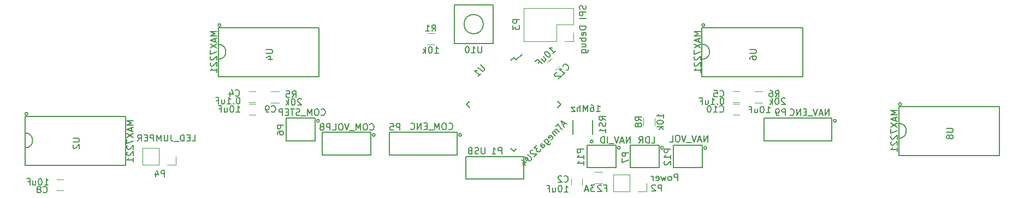
<source format=gbr>
G04 #@! TF.FileFunction,Legend,Bot*
%FSLAX46Y46*%
G04 Gerber Fmt 4.6, Leading zero omitted, Abs format (unit mm)*
G04 Created by KiCad (PCBNEW 4.0.4+e1-6308~48~ubuntu14.04.1-stable) date Mon Nov 27 13:47:36 2017*
%MOMM*%
%LPD*%
G01*
G04 APERTURE LIST*
%ADD10C,0.100000*%
%ADD11C,0.120000*%
%ADD12C,0.150000*%
G04 APERTURE END LIST*
D10*
D11*
X184900000Y-128700000D02*
X184900000Y-127700000D01*
X186600000Y-127700000D02*
X186600000Y-128700000D01*
X135000000Y-114150000D02*
X136000000Y-114150000D01*
X136000000Y-115850000D02*
X135000000Y-115850000D01*
X210000000Y-114150000D02*
X211000000Y-114150000D01*
X211000000Y-115850000D02*
X210000000Y-115850000D01*
X162550000Y-106830000D02*
X163750000Y-106830000D01*
X163750000Y-105070000D02*
X162550000Y-105070000D01*
X139600000Y-114120000D02*
X138400000Y-114120000D01*
X138400000Y-115880000D02*
X139600000Y-115880000D01*
X214600000Y-114120000D02*
X213400000Y-114120000D01*
X213400000Y-115880000D02*
X214600000Y-115880000D01*
D12*
X176000000Y-108831445D02*
X176406586Y-109238031D01*
X168681445Y-116150000D02*
X169158742Y-116627297D01*
X176000000Y-123468555D02*
X175522703Y-122991258D01*
X183318555Y-116150000D02*
X182841258Y-115672703D01*
X176000000Y-108831445D02*
X175522703Y-109308742D01*
X183318555Y-116150000D02*
X182841258Y-116627297D01*
X176000000Y-123468555D02*
X176477297Y-122991258D01*
X168681445Y-116150000D02*
X169158742Y-115672703D01*
X176406586Y-109238031D02*
X177308148Y-108336470D01*
D11*
X105200000Y-127800000D02*
X106200000Y-127800000D01*
X106200000Y-129500000D02*
X105200000Y-129500000D01*
X135000000Y-116050000D02*
X136000000Y-116050000D01*
X136000000Y-117750000D02*
X135000000Y-117750000D01*
X210000000Y-116050000D02*
X211000000Y-116050000D01*
X211000000Y-117750000D02*
X210000000Y-117750000D01*
X188550000Y-128430000D02*
X189750000Y-128430000D01*
X189750000Y-126670000D02*
X188550000Y-126670000D01*
X183154594Y-110147487D02*
X182447487Y-110854594D01*
X181245406Y-109652513D02*
X181952513Y-108945406D01*
D12*
X171300000Y-103650000D02*
G75*
G03X171300000Y-103650000I-1500000J0D01*
G01*
X166800000Y-106650000D02*
X172800000Y-106650000D01*
X172800000Y-106650000D02*
X172800000Y-100650000D01*
X172800000Y-100650000D02*
X166800000Y-100650000D01*
X166800000Y-100650000D02*
X166800000Y-106650000D01*
X145873607Y-118700000D02*
G75*
G03X145873607Y-118700000I-223607J0D01*
G01*
X140700000Y-118300000D02*
X145200000Y-118300000D01*
X145200000Y-118300000D02*
X145200000Y-121800000D01*
X145200000Y-121800000D02*
X140700000Y-121800000D01*
X140700000Y-118300000D02*
X140700000Y-121800000D01*
X154523607Y-120900000D02*
G75*
G03X154523607Y-120900000I-223607J0D01*
G01*
X146350000Y-120500000D02*
X153850000Y-120500000D01*
X153850000Y-120500000D02*
X153850000Y-124000000D01*
X153850000Y-124000000D02*
X146350000Y-124000000D01*
X146350000Y-120500000D02*
X146350000Y-124000000D01*
X167923607Y-120900000D02*
G75*
G03X167923607Y-120900000I-223607J0D01*
G01*
X156750000Y-120500000D02*
X167250000Y-120500000D01*
X167250000Y-120500000D02*
X167250000Y-124000000D01*
X167250000Y-124000000D02*
X156750000Y-124000000D01*
X156750000Y-120500000D02*
X156750000Y-124000000D01*
X192523607Y-122900000D02*
G75*
G03X192523607Y-122900000I-223607J0D01*
G01*
X187350000Y-122500000D02*
X191850000Y-122500000D01*
X191850000Y-122500000D02*
X191850000Y-126000000D01*
X191850000Y-126000000D02*
X187350000Y-126000000D01*
X187350000Y-122500000D02*
X187350000Y-126000000D01*
X205923607Y-122900000D02*
G75*
G03X205923607Y-122900000I-223607J0D01*
G01*
X200750000Y-122500000D02*
X205250000Y-122500000D01*
X205250000Y-122500000D02*
X205250000Y-126000000D01*
X205250000Y-126000000D02*
X200750000Y-126000000D01*
X200750000Y-122500000D02*
X200750000Y-126000000D01*
X226023607Y-118700000D02*
G75*
G03X226023607Y-118700000I-223607J0D01*
G01*
X214850000Y-118300000D02*
X225350000Y-118300000D01*
X225350000Y-118300000D02*
X225350000Y-121800000D01*
X225350000Y-121800000D02*
X214850000Y-121800000D01*
X214850000Y-118300000D02*
X214850000Y-121800000D01*
X178223607Y-124650000D02*
G75*
G03X178223607Y-124650000I-223607J0D01*
G01*
X168550000Y-124250000D02*
X177550000Y-124250000D01*
X177550000Y-124250000D02*
X177550000Y-127750000D01*
X177550000Y-127750000D02*
X168550000Y-127750000D01*
X168550000Y-124250000D02*
X168550000Y-127750000D01*
X185200000Y-120800000D02*
X185200000Y-118600000D01*
X188200000Y-120800000D02*
X188200000Y-118700000D01*
X188200000Y-118700000D02*
X188200000Y-118600000D01*
X188323607Y-121900000D02*
G75*
G03X188323607Y-121900000I-223607J0D01*
G01*
D11*
X118430000Y-125580000D02*
X118430000Y-122920000D01*
X121030000Y-125580000D02*
X118430000Y-125580000D01*
X121030000Y-122920000D02*
X118430000Y-122920000D01*
X121030000Y-125580000D02*
X121030000Y-122920000D01*
X122300000Y-125580000D02*
X123630000Y-125580000D01*
X123630000Y-125580000D02*
X123630000Y-124250000D01*
X191430000Y-129730000D02*
X191430000Y-127070000D01*
X194030000Y-129730000D02*
X191430000Y-129730000D01*
X194030000Y-127070000D02*
X191430000Y-127070000D01*
X194030000Y-129730000D02*
X194030000Y-127070000D01*
X195300000Y-129730000D02*
X196630000Y-129730000D01*
X196630000Y-129730000D02*
X196630000Y-128400000D01*
X177540000Y-106330000D02*
X177540000Y-101130000D01*
X182680000Y-106330000D02*
X177540000Y-106330000D01*
X185280000Y-101130000D02*
X177540000Y-101130000D01*
X182680000Y-106330000D02*
X182680000Y-103730000D01*
X182680000Y-103730000D02*
X185280000Y-103730000D01*
X185280000Y-103730000D02*
X185280000Y-101130000D01*
X183950000Y-106330000D02*
X185280000Y-106330000D01*
X185280000Y-106330000D02*
X185280000Y-105000000D01*
D12*
X235700000Y-119075000D02*
G75*
G02X235700000Y-121425000I0J-1175000D01*
G01*
X236123607Y-116100000D02*
G75*
G03X236123607Y-116100000I-223607J0D01*
G01*
X251300000Y-116500000D02*
X251300000Y-124100000D01*
X251300000Y-124100000D02*
X235700000Y-124100000D01*
X235700000Y-124100000D02*
X235700000Y-116500000D01*
X235700000Y-116500000D02*
X251300000Y-116500000D01*
X205200000Y-106775000D02*
G75*
G02X205200000Y-109125000I0J-1175000D01*
G01*
X205623607Y-103800000D02*
G75*
G03X205623607Y-103800000I-223607J0D01*
G01*
X220800000Y-104200000D02*
X220800000Y-111800000D01*
X220800000Y-111800000D02*
X205200000Y-111800000D01*
X205200000Y-111800000D02*
X205200000Y-104200000D01*
X205200000Y-104200000D02*
X220800000Y-104200000D01*
X130200000Y-106775000D02*
G75*
G02X130200000Y-109125000I0J-1175000D01*
G01*
X130623607Y-103800000D02*
G75*
G03X130623607Y-103800000I-223607J0D01*
G01*
X145800000Y-104200000D02*
X145800000Y-111800000D01*
X145800000Y-111800000D02*
X130200000Y-111800000D01*
X130200000Y-111800000D02*
X130200000Y-104200000D01*
X130200000Y-104200000D02*
X145800000Y-104200000D01*
X100250000Y-120575000D02*
G75*
G02X100250000Y-122925000I0J-1175000D01*
G01*
X100673607Y-117600000D02*
G75*
G03X100673607Y-117600000I-223607J0D01*
G01*
X115850000Y-118000000D02*
X115850000Y-125600000D01*
X115850000Y-125600000D02*
X100250000Y-125600000D01*
X100250000Y-125600000D02*
X100250000Y-118000000D01*
X100250000Y-118000000D02*
X115850000Y-118000000D01*
X199223607Y-122900000D02*
G75*
G03X199223607Y-122900000I-223607J0D01*
G01*
X194050000Y-122500000D02*
X198550000Y-122500000D01*
X198550000Y-122500000D02*
X198550000Y-126000000D01*
X198550000Y-126000000D02*
X194050000Y-126000000D01*
X194050000Y-122500000D02*
X194050000Y-126000000D01*
D11*
X197880000Y-119450000D02*
X197880000Y-118250000D01*
X196120000Y-118250000D02*
X196120000Y-119450000D01*
D12*
X183816666Y-128157143D02*
X183864285Y-128204762D01*
X184007142Y-128252381D01*
X184102380Y-128252381D01*
X184245238Y-128204762D01*
X184340476Y-128109524D01*
X184388095Y-128014286D01*
X184435714Y-127823810D01*
X184435714Y-127680952D01*
X184388095Y-127490476D01*
X184340476Y-127395238D01*
X184245238Y-127300000D01*
X184102380Y-127252381D01*
X184007142Y-127252381D01*
X183864285Y-127300000D01*
X183816666Y-127347619D01*
X183435714Y-127347619D02*
X183388095Y-127300000D01*
X183292857Y-127252381D01*
X183054761Y-127252381D01*
X182959523Y-127300000D01*
X182911904Y-127347619D01*
X182864285Y-127442857D01*
X182864285Y-127538095D01*
X182911904Y-127680952D01*
X183483333Y-128252381D01*
X182864285Y-128252381D01*
X183871428Y-129752381D02*
X184442857Y-129752381D01*
X184157143Y-129752381D02*
X184157143Y-128752381D01*
X184252381Y-128895238D01*
X184347619Y-128990476D01*
X184442857Y-129038095D01*
X183252381Y-128752381D02*
X183157142Y-128752381D01*
X183061904Y-128800000D01*
X183014285Y-128847619D01*
X182966666Y-128942857D01*
X182919047Y-129133333D01*
X182919047Y-129371429D01*
X182966666Y-129561905D01*
X183014285Y-129657143D01*
X183061904Y-129704762D01*
X183157142Y-129752381D01*
X183252381Y-129752381D01*
X183347619Y-129704762D01*
X183395238Y-129657143D01*
X183442857Y-129561905D01*
X183490476Y-129371429D01*
X183490476Y-129133333D01*
X183442857Y-128942857D01*
X183395238Y-128847619D01*
X183347619Y-128800000D01*
X183252381Y-128752381D01*
X182061904Y-129085714D02*
X182061904Y-129752381D01*
X182490476Y-129085714D02*
X182490476Y-129609524D01*
X182442857Y-129704762D01*
X182347619Y-129752381D01*
X182204761Y-129752381D01*
X182109523Y-129704762D01*
X182061904Y-129657143D01*
X181252380Y-129228571D02*
X181585714Y-129228571D01*
X181585714Y-129752381D02*
X181585714Y-128752381D01*
X181109523Y-128752381D01*
X132866666Y-114757143D02*
X132914285Y-114804762D01*
X133057142Y-114852381D01*
X133152380Y-114852381D01*
X133295238Y-114804762D01*
X133390476Y-114709524D01*
X133438095Y-114614286D01*
X133485714Y-114423810D01*
X133485714Y-114280952D01*
X133438095Y-114090476D01*
X133390476Y-113995238D01*
X133295238Y-113900000D01*
X133152380Y-113852381D01*
X133057142Y-113852381D01*
X132914285Y-113900000D01*
X132866666Y-113947619D01*
X132009523Y-114185714D02*
X132009523Y-114852381D01*
X132247619Y-113804762D02*
X132485714Y-114519048D01*
X131866666Y-114519048D01*
X133342857Y-115052381D02*
X133247618Y-115052381D01*
X133152380Y-115100000D01*
X133104761Y-115147619D01*
X133057142Y-115242857D01*
X133009523Y-115433333D01*
X133009523Y-115671429D01*
X133057142Y-115861905D01*
X133104761Y-115957143D01*
X133152380Y-116004762D01*
X133247618Y-116052381D01*
X133342857Y-116052381D01*
X133438095Y-116004762D01*
X133485714Y-115957143D01*
X133533333Y-115861905D01*
X133580952Y-115671429D01*
X133580952Y-115433333D01*
X133533333Y-115242857D01*
X133485714Y-115147619D01*
X133438095Y-115100000D01*
X133342857Y-115052381D01*
X132580952Y-115957143D02*
X132533333Y-116004762D01*
X132580952Y-116052381D01*
X132628571Y-116004762D01*
X132580952Y-115957143D01*
X132580952Y-116052381D01*
X131580952Y-116052381D02*
X132152381Y-116052381D01*
X131866667Y-116052381D02*
X131866667Y-115052381D01*
X131961905Y-115195238D01*
X132057143Y-115290476D01*
X132152381Y-115338095D01*
X130723809Y-115385714D02*
X130723809Y-116052381D01*
X131152381Y-115385714D02*
X131152381Y-115909524D01*
X131104762Y-116004762D01*
X131009524Y-116052381D01*
X130866666Y-116052381D01*
X130771428Y-116004762D01*
X130723809Y-115957143D01*
X129914285Y-115528571D02*
X130247619Y-115528571D01*
X130247619Y-116052381D02*
X130247619Y-115052381D01*
X129771428Y-115052381D01*
X207966666Y-114857143D02*
X208014285Y-114904762D01*
X208157142Y-114952381D01*
X208252380Y-114952381D01*
X208395238Y-114904762D01*
X208490476Y-114809524D01*
X208538095Y-114714286D01*
X208585714Y-114523810D01*
X208585714Y-114380952D01*
X208538095Y-114190476D01*
X208490476Y-114095238D01*
X208395238Y-114000000D01*
X208252380Y-113952381D01*
X208157142Y-113952381D01*
X208014285Y-114000000D01*
X207966666Y-114047619D01*
X207061904Y-113952381D02*
X207538095Y-113952381D01*
X207585714Y-114428571D01*
X207538095Y-114380952D01*
X207442857Y-114333333D01*
X207204761Y-114333333D01*
X207109523Y-114380952D01*
X207061904Y-114428571D01*
X207014285Y-114523810D01*
X207014285Y-114761905D01*
X207061904Y-114857143D01*
X207109523Y-114904762D01*
X207204761Y-114952381D01*
X207442857Y-114952381D01*
X207538095Y-114904762D01*
X207585714Y-114857143D01*
X208342857Y-115152381D02*
X208247618Y-115152381D01*
X208152380Y-115200000D01*
X208104761Y-115247619D01*
X208057142Y-115342857D01*
X208009523Y-115533333D01*
X208009523Y-115771429D01*
X208057142Y-115961905D01*
X208104761Y-116057143D01*
X208152380Y-116104762D01*
X208247618Y-116152381D01*
X208342857Y-116152381D01*
X208438095Y-116104762D01*
X208485714Y-116057143D01*
X208533333Y-115961905D01*
X208580952Y-115771429D01*
X208580952Y-115533333D01*
X208533333Y-115342857D01*
X208485714Y-115247619D01*
X208438095Y-115200000D01*
X208342857Y-115152381D01*
X207580952Y-116057143D02*
X207533333Y-116104762D01*
X207580952Y-116152381D01*
X207628571Y-116104762D01*
X207580952Y-116057143D01*
X207580952Y-116152381D01*
X206580952Y-116152381D02*
X207152381Y-116152381D01*
X206866667Y-116152381D02*
X206866667Y-115152381D01*
X206961905Y-115295238D01*
X207057143Y-115390476D01*
X207152381Y-115438095D01*
X205723809Y-115485714D02*
X205723809Y-116152381D01*
X206152381Y-115485714D02*
X206152381Y-116009524D01*
X206104762Y-116104762D01*
X206009524Y-116152381D01*
X205866666Y-116152381D01*
X205771428Y-116104762D01*
X205723809Y-116057143D01*
X204914285Y-115628571D02*
X205247619Y-115628571D01*
X205247619Y-116152381D02*
X205247619Y-115152381D01*
X204771428Y-115152381D01*
X163316666Y-104752381D02*
X163650000Y-104276190D01*
X163888095Y-104752381D02*
X163888095Y-103752381D01*
X163507142Y-103752381D01*
X163411904Y-103800000D01*
X163364285Y-103847619D01*
X163316666Y-103942857D01*
X163316666Y-104085714D01*
X163364285Y-104180952D01*
X163411904Y-104228571D01*
X163507142Y-104276190D01*
X163888095Y-104276190D01*
X162364285Y-104752381D02*
X162935714Y-104752381D01*
X162650000Y-104752381D02*
X162650000Y-103752381D01*
X162745238Y-103895238D01*
X162840476Y-103990476D01*
X162935714Y-104038095D01*
X163745238Y-108152381D02*
X164316667Y-108152381D01*
X164030953Y-108152381D02*
X164030953Y-107152381D01*
X164126191Y-107295238D01*
X164221429Y-107390476D01*
X164316667Y-107438095D01*
X163126191Y-107152381D02*
X163030952Y-107152381D01*
X162935714Y-107200000D01*
X162888095Y-107247619D01*
X162840476Y-107342857D01*
X162792857Y-107533333D01*
X162792857Y-107771429D01*
X162840476Y-107961905D01*
X162888095Y-108057143D01*
X162935714Y-108104762D01*
X163030952Y-108152381D01*
X163126191Y-108152381D01*
X163221429Y-108104762D01*
X163269048Y-108057143D01*
X163316667Y-107961905D01*
X163364286Y-107771429D01*
X163364286Y-107533333D01*
X163316667Y-107342857D01*
X163269048Y-107247619D01*
X163221429Y-107200000D01*
X163126191Y-107152381D01*
X162364286Y-108152381D02*
X162364286Y-107152381D01*
X162269048Y-107771429D02*
X161983333Y-108152381D01*
X161983333Y-107485714D02*
X162364286Y-107866667D01*
X141666666Y-115052381D02*
X142000000Y-114576190D01*
X142238095Y-115052381D02*
X142238095Y-114052381D01*
X141857142Y-114052381D01*
X141761904Y-114100000D01*
X141714285Y-114147619D01*
X141666666Y-114242857D01*
X141666666Y-114385714D01*
X141714285Y-114480952D01*
X141761904Y-114528571D01*
X141857142Y-114576190D01*
X142238095Y-114576190D01*
X140761904Y-114052381D02*
X141238095Y-114052381D01*
X141285714Y-114528571D01*
X141238095Y-114480952D01*
X141142857Y-114433333D01*
X140904761Y-114433333D01*
X140809523Y-114480952D01*
X140761904Y-114528571D01*
X140714285Y-114623810D01*
X140714285Y-114861905D01*
X140761904Y-114957143D01*
X140809523Y-115004762D01*
X140904761Y-115052381D01*
X141142857Y-115052381D01*
X141238095Y-115004762D01*
X141285714Y-114957143D01*
X143066667Y-115347619D02*
X143019048Y-115300000D01*
X142923810Y-115252381D01*
X142685714Y-115252381D01*
X142590476Y-115300000D01*
X142542857Y-115347619D01*
X142495238Y-115442857D01*
X142495238Y-115538095D01*
X142542857Y-115680952D01*
X143114286Y-116252381D01*
X142495238Y-116252381D01*
X141876191Y-115252381D02*
X141780952Y-115252381D01*
X141685714Y-115300000D01*
X141638095Y-115347619D01*
X141590476Y-115442857D01*
X141542857Y-115633333D01*
X141542857Y-115871429D01*
X141590476Y-116061905D01*
X141638095Y-116157143D01*
X141685714Y-116204762D01*
X141780952Y-116252381D01*
X141876191Y-116252381D01*
X141971429Y-116204762D01*
X142019048Y-116157143D01*
X142066667Y-116061905D01*
X142114286Y-115871429D01*
X142114286Y-115633333D01*
X142066667Y-115442857D01*
X142019048Y-115347619D01*
X141971429Y-115300000D01*
X141876191Y-115252381D01*
X141114286Y-116252381D02*
X141114286Y-115252381D01*
X141019048Y-115871429D02*
X140733333Y-116252381D01*
X140733333Y-115585714D02*
X141114286Y-115966667D01*
X216566666Y-114952381D02*
X216900000Y-114476190D01*
X217138095Y-114952381D02*
X217138095Y-113952381D01*
X216757142Y-113952381D01*
X216661904Y-114000000D01*
X216614285Y-114047619D01*
X216566666Y-114142857D01*
X216566666Y-114285714D01*
X216614285Y-114380952D01*
X216661904Y-114428571D01*
X216757142Y-114476190D01*
X217138095Y-114476190D01*
X215709523Y-113952381D02*
X215900000Y-113952381D01*
X215995238Y-114000000D01*
X216042857Y-114047619D01*
X216138095Y-114190476D01*
X216185714Y-114380952D01*
X216185714Y-114761905D01*
X216138095Y-114857143D01*
X216090476Y-114904762D01*
X215995238Y-114952381D01*
X215804761Y-114952381D01*
X215709523Y-114904762D01*
X215661904Y-114857143D01*
X215614285Y-114761905D01*
X215614285Y-114523810D01*
X215661904Y-114428571D01*
X215709523Y-114380952D01*
X215804761Y-114333333D01*
X215995238Y-114333333D01*
X216090476Y-114380952D01*
X216138095Y-114428571D01*
X216185714Y-114523810D01*
X218066667Y-115247619D02*
X218019048Y-115200000D01*
X217923810Y-115152381D01*
X217685714Y-115152381D01*
X217590476Y-115200000D01*
X217542857Y-115247619D01*
X217495238Y-115342857D01*
X217495238Y-115438095D01*
X217542857Y-115580952D01*
X218114286Y-116152381D01*
X217495238Y-116152381D01*
X216876191Y-115152381D02*
X216780952Y-115152381D01*
X216685714Y-115200000D01*
X216638095Y-115247619D01*
X216590476Y-115342857D01*
X216542857Y-115533333D01*
X216542857Y-115771429D01*
X216590476Y-115961905D01*
X216638095Y-116057143D01*
X216685714Y-116104762D01*
X216780952Y-116152381D01*
X216876191Y-116152381D01*
X216971429Y-116104762D01*
X217019048Y-116057143D01*
X217066667Y-115961905D01*
X217114286Y-115771429D01*
X217114286Y-115533333D01*
X217066667Y-115342857D01*
X217019048Y-115247619D01*
X216971429Y-115200000D01*
X216876191Y-115152381D01*
X216114286Y-116152381D02*
X216114286Y-115152381D01*
X216019048Y-115771429D02*
X215733333Y-116152381D01*
X215733333Y-115485714D02*
X216114286Y-115866667D01*
X170883577Y-109956081D02*
X171455997Y-110528501D01*
X171489669Y-110629516D01*
X171489669Y-110696859D01*
X171455997Y-110797874D01*
X171321309Y-110932562D01*
X171220294Y-110966234D01*
X171152951Y-110966234D01*
X171051936Y-110932562D01*
X170479516Y-110360142D01*
X170479516Y-111774356D02*
X170883577Y-111370294D01*
X170681547Y-111572325D02*
X169974440Y-110865218D01*
X170142799Y-110898890D01*
X170277485Y-110898890D01*
X170378501Y-110865218D01*
X184025340Y-119060363D02*
X183688622Y-119397081D01*
X184294714Y-119195050D02*
X183351905Y-118723645D01*
X183823309Y-119666455D01*
X182981515Y-119094035D02*
X182577454Y-119498096D01*
X183486592Y-120003172D02*
X182779485Y-119296065D01*
X183048859Y-120440905D02*
X182577454Y-119969500D01*
X182644797Y-120036843D02*
X182577454Y-120036843D01*
X182476439Y-120070515D01*
X182375423Y-120171531D01*
X182341751Y-120272546D01*
X182375423Y-120373561D01*
X182745812Y-120743951D01*
X182375423Y-120373561D02*
X182274408Y-120339890D01*
X182173393Y-120373561D01*
X182072377Y-120474576D01*
X182038706Y-120575592D01*
X182072377Y-120676607D01*
X182442767Y-121046996D01*
X181803004Y-121619416D02*
X181904019Y-121585745D01*
X182038706Y-121451057D01*
X182072378Y-121350042D01*
X182038706Y-121249027D01*
X181769332Y-120979652D01*
X181668317Y-120945981D01*
X181567302Y-120979652D01*
X181432614Y-121114340D01*
X181398942Y-121215355D01*
X181432614Y-121316370D01*
X181499958Y-121383714D01*
X181904019Y-121114340D01*
X180725507Y-121821447D02*
X181297927Y-122393867D01*
X181398942Y-122427538D01*
X181466286Y-122427538D01*
X181567302Y-122393866D01*
X181668317Y-122292851D01*
X181701988Y-122191836D01*
X181163240Y-122259180D02*
X181264255Y-122225508D01*
X181398943Y-122090820D01*
X181432615Y-121989805D01*
X181432615Y-121922462D01*
X181398943Y-121821447D01*
X181196912Y-121619416D01*
X181095897Y-121585744D01*
X181028553Y-121585744D01*
X180927538Y-121619416D01*
X180792851Y-121754103D01*
X180759179Y-121855118D01*
X180557149Y-122932615D02*
X180186759Y-122562225D01*
X180153087Y-122461210D01*
X180186759Y-122360195D01*
X180321447Y-122225507D01*
X180422462Y-122191836D01*
X180523477Y-122898943D02*
X180624492Y-122865271D01*
X180792851Y-122696912D01*
X180826523Y-122595897D01*
X180792851Y-122494882D01*
X180725508Y-122427538D01*
X180624493Y-122393867D01*
X180523478Y-122427538D01*
X180355118Y-122595898D01*
X180254103Y-122629569D01*
X179580668Y-122494882D02*
X179142935Y-122932615D01*
X179648012Y-122966286D01*
X179546996Y-123067302D01*
X179513324Y-123168317D01*
X179513324Y-123235660D01*
X179546996Y-123336676D01*
X179715355Y-123505035D01*
X179816370Y-123538706D01*
X179883714Y-123538706D01*
X179984729Y-123505035D01*
X180186760Y-123303004D01*
X180220431Y-123201988D01*
X180220431Y-123134645D01*
X178940905Y-123269332D02*
X178873561Y-123269332D01*
X178772546Y-123303004D01*
X178604187Y-123471363D01*
X178570515Y-123572378D01*
X178570515Y-123639721D01*
X178604187Y-123740737D01*
X178671530Y-123808080D01*
X178806217Y-123875424D01*
X179614340Y-123875424D01*
X179176607Y-124313157D01*
X178166455Y-123909095D02*
X178738874Y-124481515D01*
X178772546Y-124582530D01*
X178772546Y-124649874D01*
X178738874Y-124750889D01*
X178604187Y-124885576D01*
X178503172Y-124919248D01*
X178435828Y-124919248D01*
X178334813Y-124885576D01*
X177762393Y-124313157D01*
X177358332Y-125188622D02*
X177829737Y-125660027D01*
X177257317Y-124750889D02*
X177930753Y-125087607D01*
X177493019Y-125525340D01*
X103066666Y-129807143D02*
X103114285Y-129854762D01*
X103257142Y-129902381D01*
X103352380Y-129902381D01*
X103495238Y-129854762D01*
X103590476Y-129759524D01*
X103638095Y-129664286D01*
X103685714Y-129473810D01*
X103685714Y-129330952D01*
X103638095Y-129140476D01*
X103590476Y-129045238D01*
X103495238Y-128950000D01*
X103352380Y-128902381D01*
X103257142Y-128902381D01*
X103114285Y-128950000D01*
X103066666Y-128997619D01*
X102495238Y-129330952D02*
X102590476Y-129283333D01*
X102638095Y-129235714D01*
X102685714Y-129140476D01*
X102685714Y-129092857D01*
X102638095Y-128997619D01*
X102590476Y-128950000D01*
X102495238Y-128902381D01*
X102304761Y-128902381D01*
X102209523Y-128950000D01*
X102161904Y-128997619D01*
X102114285Y-129092857D01*
X102114285Y-129140476D01*
X102161904Y-129235714D01*
X102209523Y-129283333D01*
X102304761Y-129330952D01*
X102495238Y-129330952D01*
X102590476Y-129378571D01*
X102638095Y-129426190D01*
X102685714Y-129521429D01*
X102685714Y-129711905D01*
X102638095Y-129807143D01*
X102590476Y-129854762D01*
X102495238Y-129902381D01*
X102304761Y-129902381D01*
X102209523Y-129854762D01*
X102161904Y-129807143D01*
X102114285Y-129711905D01*
X102114285Y-129521429D01*
X102161904Y-129426190D01*
X102209523Y-129378571D01*
X102304761Y-129330952D01*
X103271428Y-128702381D02*
X103842857Y-128702381D01*
X103557143Y-128702381D02*
X103557143Y-127702381D01*
X103652381Y-127845238D01*
X103747619Y-127940476D01*
X103842857Y-127988095D01*
X102652381Y-127702381D02*
X102557142Y-127702381D01*
X102461904Y-127750000D01*
X102414285Y-127797619D01*
X102366666Y-127892857D01*
X102319047Y-128083333D01*
X102319047Y-128321429D01*
X102366666Y-128511905D01*
X102414285Y-128607143D01*
X102461904Y-128654762D01*
X102557142Y-128702381D01*
X102652381Y-128702381D01*
X102747619Y-128654762D01*
X102795238Y-128607143D01*
X102842857Y-128511905D01*
X102890476Y-128321429D01*
X102890476Y-128083333D01*
X102842857Y-127892857D01*
X102795238Y-127797619D01*
X102747619Y-127750000D01*
X102652381Y-127702381D01*
X101461904Y-128035714D02*
X101461904Y-128702381D01*
X101890476Y-128035714D02*
X101890476Y-128559524D01*
X101842857Y-128654762D01*
X101747619Y-128702381D01*
X101604761Y-128702381D01*
X101509523Y-128654762D01*
X101461904Y-128607143D01*
X100652380Y-128178571D02*
X100985714Y-128178571D01*
X100985714Y-128702381D02*
X100985714Y-127702381D01*
X100509523Y-127702381D01*
X138466666Y-117257143D02*
X138514285Y-117304762D01*
X138657142Y-117352381D01*
X138752380Y-117352381D01*
X138895238Y-117304762D01*
X138990476Y-117209524D01*
X139038095Y-117114286D01*
X139085714Y-116923810D01*
X139085714Y-116780952D01*
X139038095Y-116590476D01*
X138990476Y-116495238D01*
X138895238Y-116400000D01*
X138752380Y-116352381D01*
X138657142Y-116352381D01*
X138514285Y-116400000D01*
X138466666Y-116447619D01*
X137990476Y-117352381D02*
X137800000Y-117352381D01*
X137704761Y-117304762D01*
X137657142Y-117257143D01*
X137561904Y-117114286D01*
X137514285Y-116923810D01*
X137514285Y-116542857D01*
X137561904Y-116447619D01*
X137609523Y-116400000D01*
X137704761Y-116352381D01*
X137895238Y-116352381D01*
X137990476Y-116400000D01*
X138038095Y-116447619D01*
X138085714Y-116542857D01*
X138085714Y-116780952D01*
X138038095Y-116876190D01*
X137990476Y-116923810D01*
X137895238Y-116971429D01*
X137704761Y-116971429D01*
X137609523Y-116923810D01*
X137561904Y-116876190D01*
X137514285Y-116780952D01*
X132971428Y-117352381D02*
X133542857Y-117352381D01*
X133257143Y-117352381D02*
X133257143Y-116352381D01*
X133352381Y-116495238D01*
X133447619Y-116590476D01*
X133542857Y-116638095D01*
X132352381Y-116352381D02*
X132257142Y-116352381D01*
X132161904Y-116400000D01*
X132114285Y-116447619D01*
X132066666Y-116542857D01*
X132019047Y-116733333D01*
X132019047Y-116971429D01*
X132066666Y-117161905D01*
X132114285Y-117257143D01*
X132161904Y-117304762D01*
X132257142Y-117352381D01*
X132352381Y-117352381D01*
X132447619Y-117304762D01*
X132495238Y-117257143D01*
X132542857Y-117161905D01*
X132590476Y-116971429D01*
X132590476Y-116733333D01*
X132542857Y-116542857D01*
X132495238Y-116447619D01*
X132447619Y-116400000D01*
X132352381Y-116352381D01*
X131161904Y-116685714D02*
X131161904Y-117352381D01*
X131590476Y-116685714D02*
X131590476Y-117209524D01*
X131542857Y-117304762D01*
X131447619Y-117352381D01*
X131304761Y-117352381D01*
X131209523Y-117304762D01*
X131161904Y-117257143D01*
X130352380Y-116828571D02*
X130685714Y-116828571D01*
X130685714Y-117352381D02*
X130685714Y-116352381D01*
X130209523Y-116352381D01*
X207942857Y-117257143D02*
X207990476Y-117304762D01*
X208133333Y-117352381D01*
X208228571Y-117352381D01*
X208371429Y-117304762D01*
X208466667Y-117209524D01*
X208514286Y-117114286D01*
X208561905Y-116923810D01*
X208561905Y-116780952D01*
X208514286Y-116590476D01*
X208466667Y-116495238D01*
X208371429Y-116400000D01*
X208228571Y-116352381D01*
X208133333Y-116352381D01*
X207990476Y-116400000D01*
X207942857Y-116447619D01*
X206990476Y-117352381D02*
X207561905Y-117352381D01*
X207276191Y-117352381D02*
X207276191Y-116352381D01*
X207371429Y-116495238D01*
X207466667Y-116590476D01*
X207561905Y-116638095D01*
X206371429Y-116352381D02*
X206276190Y-116352381D01*
X206180952Y-116400000D01*
X206133333Y-116447619D01*
X206085714Y-116542857D01*
X206038095Y-116733333D01*
X206038095Y-116971429D01*
X206085714Y-117161905D01*
X206133333Y-117257143D01*
X206180952Y-117304762D01*
X206276190Y-117352381D01*
X206371429Y-117352381D01*
X206466667Y-117304762D01*
X206514286Y-117257143D01*
X206561905Y-117161905D01*
X206609524Y-116971429D01*
X206609524Y-116733333D01*
X206561905Y-116542857D01*
X206514286Y-116447619D01*
X206466667Y-116400000D01*
X206371429Y-116352381D01*
X215171428Y-117452381D02*
X215742857Y-117452381D01*
X215457143Y-117452381D02*
X215457143Y-116452381D01*
X215552381Y-116595238D01*
X215647619Y-116690476D01*
X215742857Y-116738095D01*
X214552381Y-116452381D02*
X214457142Y-116452381D01*
X214361904Y-116500000D01*
X214314285Y-116547619D01*
X214266666Y-116642857D01*
X214219047Y-116833333D01*
X214219047Y-117071429D01*
X214266666Y-117261905D01*
X214314285Y-117357143D01*
X214361904Y-117404762D01*
X214457142Y-117452381D01*
X214552381Y-117452381D01*
X214647619Y-117404762D01*
X214695238Y-117357143D01*
X214742857Y-117261905D01*
X214790476Y-117071429D01*
X214790476Y-116833333D01*
X214742857Y-116642857D01*
X214695238Y-116547619D01*
X214647619Y-116500000D01*
X214552381Y-116452381D01*
X213361904Y-116785714D02*
X213361904Y-117452381D01*
X213790476Y-116785714D02*
X213790476Y-117309524D01*
X213742857Y-117404762D01*
X213647619Y-117452381D01*
X213504761Y-117452381D01*
X213409523Y-117404762D01*
X213361904Y-117357143D01*
X212552380Y-116928571D02*
X212885714Y-116928571D01*
X212885714Y-117452381D02*
X212885714Y-116452381D01*
X212409523Y-116452381D01*
X190083333Y-129178571D02*
X190416667Y-129178571D01*
X190416667Y-129702381D02*
X190416667Y-128702381D01*
X189940476Y-128702381D01*
X189607143Y-128797619D02*
X189559524Y-128750000D01*
X189464286Y-128702381D01*
X189226190Y-128702381D01*
X189130952Y-128750000D01*
X189083333Y-128797619D01*
X189035714Y-128892857D01*
X189035714Y-128988095D01*
X189083333Y-129130952D01*
X189654762Y-129702381D01*
X189035714Y-129702381D01*
X188561905Y-128702381D02*
X187942857Y-128702381D01*
X188276191Y-129083333D01*
X188133333Y-129083333D01*
X188038095Y-129130952D01*
X187990476Y-129178571D01*
X187942857Y-129273810D01*
X187942857Y-129511905D01*
X187990476Y-129607143D01*
X188038095Y-129654762D01*
X188133333Y-129702381D01*
X188419048Y-129702381D01*
X188514286Y-129654762D01*
X188561905Y-129607143D01*
X187561905Y-129416667D02*
X187085714Y-129416667D01*
X187657143Y-129702381D02*
X187323810Y-128702381D01*
X186990476Y-129702381D01*
X184207107Y-110797970D02*
X184274450Y-110797970D01*
X184409137Y-110730626D01*
X184476481Y-110663283D01*
X184543825Y-110528595D01*
X184543825Y-110393908D01*
X184510153Y-110292893D01*
X184409138Y-110124535D01*
X184308122Y-110023519D01*
X184139763Y-109922504D01*
X184038748Y-109888832D01*
X183904061Y-109888832D01*
X183769374Y-109956176D01*
X183702030Y-110023519D01*
X183634687Y-110158206D01*
X183634687Y-110225550D01*
X183601015Y-111538748D02*
X184005076Y-111134687D01*
X183803046Y-111336717D02*
X183095939Y-110629610D01*
X183264298Y-110663282D01*
X183398985Y-110663282D01*
X183500000Y-110629610D01*
X182691878Y-111168359D02*
X182624535Y-111168359D01*
X182523519Y-111202030D01*
X182355160Y-111370390D01*
X182321488Y-111471405D01*
X182321488Y-111538748D01*
X182355160Y-111639763D01*
X182422504Y-111707107D01*
X182557190Y-111774450D01*
X183365313Y-111774450D01*
X182927580Y-112212183D01*
X182040059Y-108224831D02*
X182444120Y-107820769D01*
X182242090Y-108022800D02*
X181534983Y-107315693D01*
X181703341Y-107349365D01*
X181838028Y-107349365D01*
X181939044Y-107315693D01*
X180895220Y-107955456D02*
X180827875Y-108022800D01*
X180794204Y-108123816D01*
X180794204Y-108191159D01*
X180827875Y-108292174D01*
X180928891Y-108460533D01*
X181097250Y-108628892D01*
X181265608Y-108729907D01*
X181366624Y-108763579D01*
X181433967Y-108763579D01*
X181534982Y-108729907D01*
X181602326Y-108662563D01*
X181635998Y-108561548D01*
X181635998Y-108494204D01*
X181602326Y-108393189D01*
X181501311Y-108224831D01*
X181332952Y-108056471D01*
X181164593Y-107955456D01*
X181063578Y-107921785D01*
X180996235Y-107921785D01*
X180895220Y-107955456D01*
X180289127Y-109032953D02*
X180760532Y-109504357D01*
X180592173Y-108729906D02*
X180962563Y-109100296D01*
X180996235Y-109201311D01*
X180962563Y-109302326D01*
X180861547Y-109403342D01*
X180760532Y-109437014D01*
X180693189Y-109437014D01*
X179817722Y-109706388D02*
X180053425Y-109470685D01*
X180423815Y-109841075D02*
X179716708Y-109133968D01*
X179379990Y-109470686D01*
X171038095Y-107102381D02*
X171038095Y-107911905D01*
X170990476Y-108007143D01*
X170942857Y-108054762D01*
X170847619Y-108102381D01*
X170657142Y-108102381D01*
X170561904Y-108054762D01*
X170514285Y-108007143D01*
X170466666Y-107911905D01*
X170466666Y-107102381D01*
X169466666Y-108102381D02*
X170038095Y-108102381D01*
X169752381Y-108102381D02*
X169752381Y-107102381D01*
X169847619Y-107245238D01*
X169942857Y-107340476D01*
X170038095Y-107388095D01*
X168847619Y-107102381D02*
X168752380Y-107102381D01*
X168657142Y-107150000D01*
X168609523Y-107197619D01*
X168561904Y-107292857D01*
X168514285Y-107483333D01*
X168514285Y-107721429D01*
X168561904Y-107911905D01*
X168609523Y-108007143D01*
X168657142Y-108054762D01*
X168752380Y-108102381D01*
X168847619Y-108102381D01*
X168942857Y-108054762D01*
X168990476Y-108007143D01*
X169038095Y-107911905D01*
X169085714Y-107721429D01*
X169085714Y-107483333D01*
X169038095Y-107292857D01*
X168990476Y-107197619D01*
X168942857Y-107150000D01*
X168847619Y-107102381D01*
X140352381Y-119361905D02*
X139352381Y-119361905D01*
X139352381Y-119742858D01*
X139400000Y-119838096D01*
X139447619Y-119885715D01*
X139542857Y-119933334D01*
X139685714Y-119933334D01*
X139780952Y-119885715D01*
X139828571Y-119838096D01*
X139876190Y-119742858D01*
X139876190Y-119361905D01*
X139352381Y-120790477D02*
X139352381Y-120600000D01*
X139400000Y-120504762D01*
X139447619Y-120457143D01*
X139590476Y-120361905D01*
X139780952Y-120314286D01*
X140161905Y-120314286D01*
X140257143Y-120361905D01*
X140304762Y-120409524D01*
X140352381Y-120504762D01*
X140352381Y-120695239D01*
X140304762Y-120790477D01*
X140257143Y-120838096D01*
X140161905Y-120885715D01*
X139923810Y-120885715D01*
X139828571Y-120838096D01*
X139780952Y-120790477D01*
X139733333Y-120695239D01*
X139733333Y-120504762D01*
X139780952Y-120409524D01*
X139828571Y-120361905D01*
X139923810Y-120314286D01*
X146176190Y-117757143D02*
X146223809Y-117804762D01*
X146366666Y-117852381D01*
X146461904Y-117852381D01*
X146604762Y-117804762D01*
X146700000Y-117709524D01*
X146747619Y-117614286D01*
X146795238Y-117423810D01*
X146795238Y-117280952D01*
X146747619Y-117090476D01*
X146700000Y-116995238D01*
X146604762Y-116900000D01*
X146461904Y-116852381D01*
X146366666Y-116852381D01*
X146223809Y-116900000D01*
X146176190Y-116947619D01*
X145557143Y-116852381D02*
X145366666Y-116852381D01*
X145271428Y-116900000D01*
X145176190Y-116995238D01*
X145128571Y-117185714D01*
X145128571Y-117519048D01*
X145176190Y-117709524D01*
X145271428Y-117804762D01*
X145366666Y-117852381D01*
X145557143Y-117852381D01*
X145652381Y-117804762D01*
X145747619Y-117709524D01*
X145795238Y-117519048D01*
X145795238Y-117185714D01*
X145747619Y-116995238D01*
X145652381Y-116900000D01*
X145557143Y-116852381D01*
X144700000Y-117852381D02*
X144700000Y-116852381D01*
X144366666Y-117566667D01*
X144033333Y-116852381D01*
X144033333Y-117852381D01*
X143795238Y-117947619D02*
X143033333Y-117947619D01*
X142842857Y-117804762D02*
X142700000Y-117852381D01*
X142461904Y-117852381D01*
X142366666Y-117804762D01*
X142319047Y-117757143D01*
X142271428Y-117661905D01*
X142271428Y-117566667D01*
X142319047Y-117471429D01*
X142366666Y-117423810D01*
X142461904Y-117376190D01*
X142652381Y-117328571D01*
X142747619Y-117280952D01*
X142795238Y-117233333D01*
X142842857Y-117138095D01*
X142842857Y-117042857D01*
X142795238Y-116947619D01*
X142747619Y-116900000D01*
X142652381Y-116852381D01*
X142414285Y-116852381D01*
X142271428Y-116900000D01*
X141985714Y-116852381D02*
X141414285Y-116852381D01*
X141700000Y-117852381D02*
X141700000Y-116852381D01*
X141080952Y-117328571D02*
X140747618Y-117328571D01*
X140604761Y-117852381D02*
X141080952Y-117852381D01*
X141080952Y-116852381D01*
X140604761Y-116852381D01*
X140176190Y-117852381D02*
X140176190Y-116852381D01*
X139795237Y-116852381D01*
X139699999Y-116900000D01*
X139652380Y-116947619D01*
X139604761Y-117042857D01*
X139604761Y-117185714D01*
X139652380Y-117280952D01*
X139699999Y-117328571D01*
X139795237Y-117376190D01*
X140176190Y-117376190D01*
X147538095Y-120152381D02*
X147538095Y-119152381D01*
X147157142Y-119152381D01*
X147061904Y-119200000D01*
X147014285Y-119247619D01*
X146966666Y-119342857D01*
X146966666Y-119485714D01*
X147014285Y-119580952D01*
X147061904Y-119628571D01*
X147157142Y-119676190D01*
X147538095Y-119676190D01*
X146395238Y-119580952D02*
X146490476Y-119533333D01*
X146538095Y-119485714D01*
X146585714Y-119390476D01*
X146585714Y-119342857D01*
X146538095Y-119247619D01*
X146490476Y-119200000D01*
X146395238Y-119152381D01*
X146204761Y-119152381D01*
X146109523Y-119200000D01*
X146061904Y-119247619D01*
X146014285Y-119342857D01*
X146014285Y-119390476D01*
X146061904Y-119485714D01*
X146109523Y-119533333D01*
X146204761Y-119580952D01*
X146395238Y-119580952D01*
X146490476Y-119628571D01*
X146538095Y-119676190D01*
X146585714Y-119771429D01*
X146585714Y-119961905D01*
X146538095Y-120057143D01*
X146490476Y-120104762D01*
X146395238Y-120152381D01*
X146204761Y-120152381D01*
X146109523Y-120104762D01*
X146061904Y-120057143D01*
X146014285Y-119961905D01*
X146014285Y-119771429D01*
X146061904Y-119676190D01*
X146109523Y-119628571D01*
X146204761Y-119580952D01*
X153723809Y-120057143D02*
X153771428Y-120104762D01*
X153914285Y-120152381D01*
X154009523Y-120152381D01*
X154152381Y-120104762D01*
X154247619Y-120009524D01*
X154295238Y-119914286D01*
X154342857Y-119723810D01*
X154342857Y-119580952D01*
X154295238Y-119390476D01*
X154247619Y-119295238D01*
X154152381Y-119200000D01*
X154009523Y-119152381D01*
X153914285Y-119152381D01*
X153771428Y-119200000D01*
X153723809Y-119247619D01*
X153104762Y-119152381D02*
X152914285Y-119152381D01*
X152819047Y-119200000D01*
X152723809Y-119295238D01*
X152676190Y-119485714D01*
X152676190Y-119819048D01*
X152723809Y-120009524D01*
X152819047Y-120104762D01*
X152914285Y-120152381D01*
X153104762Y-120152381D01*
X153200000Y-120104762D01*
X153295238Y-120009524D01*
X153342857Y-119819048D01*
X153342857Y-119485714D01*
X153295238Y-119295238D01*
X153200000Y-119200000D01*
X153104762Y-119152381D01*
X152247619Y-120152381D02*
X152247619Y-119152381D01*
X151914285Y-119866667D01*
X151580952Y-119152381D01*
X151580952Y-120152381D01*
X151342857Y-120247619D02*
X150580952Y-120247619D01*
X150485714Y-119152381D02*
X150152381Y-120152381D01*
X149819047Y-119152381D01*
X149295238Y-119152381D02*
X149104761Y-119152381D01*
X149009523Y-119200000D01*
X148914285Y-119295238D01*
X148866666Y-119485714D01*
X148866666Y-119819048D01*
X148914285Y-120009524D01*
X149009523Y-120104762D01*
X149104761Y-120152381D01*
X149295238Y-120152381D01*
X149390476Y-120104762D01*
X149485714Y-120009524D01*
X149533333Y-119819048D01*
X149533333Y-119485714D01*
X149485714Y-119295238D01*
X149390476Y-119200000D01*
X149295238Y-119152381D01*
X147961904Y-120152381D02*
X148438095Y-120152381D01*
X148438095Y-119152381D01*
X158338095Y-120152381D02*
X158338095Y-119152381D01*
X157957142Y-119152381D01*
X157861904Y-119200000D01*
X157814285Y-119247619D01*
X157766666Y-119342857D01*
X157766666Y-119485714D01*
X157814285Y-119580952D01*
X157861904Y-119628571D01*
X157957142Y-119676190D01*
X158338095Y-119676190D01*
X156861904Y-119152381D02*
X157338095Y-119152381D01*
X157385714Y-119628571D01*
X157338095Y-119580952D01*
X157242857Y-119533333D01*
X157004761Y-119533333D01*
X156909523Y-119580952D01*
X156861904Y-119628571D01*
X156814285Y-119723810D01*
X156814285Y-119961905D01*
X156861904Y-120057143D01*
X156909523Y-120104762D01*
X157004761Y-120152381D01*
X157242857Y-120152381D01*
X157338095Y-120104762D01*
X157385714Y-120057143D01*
X165942857Y-119957143D02*
X165990476Y-120004762D01*
X166133333Y-120052381D01*
X166228571Y-120052381D01*
X166371429Y-120004762D01*
X166466667Y-119909524D01*
X166514286Y-119814286D01*
X166561905Y-119623810D01*
X166561905Y-119480952D01*
X166514286Y-119290476D01*
X166466667Y-119195238D01*
X166371429Y-119100000D01*
X166228571Y-119052381D01*
X166133333Y-119052381D01*
X165990476Y-119100000D01*
X165942857Y-119147619D01*
X165323810Y-119052381D02*
X165133333Y-119052381D01*
X165038095Y-119100000D01*
X164942857Y-119195238D01*
X164895238Y-119385714D01*
X164895238Y-119719048D01*
X164942857Y-119909524D01*
X165038095Y-120004762D01*
X165133333Y-120052381D01*
X165323810Y-120052381D01*
X165419048Y-120004762D01*
X165514286Y-119909524D01*
X165561905Y-119719048D01*
X165561905Y-119385714D01*
X165514286Y-119195238D01*
X165419048Y-119100000D01*
X165323810Y-119052381D01*
X164466667Y-120052381D02*
X164466667Y-119052381D01*
X164133333Y-119766667D01*
X163800000Y-119052381D01*
X163800000Y-120052381D01*
X163561905Y-120147619D02*
X162800000Y-120147619D01*
X162561905Y-119528571D02*
X162228571Y-119528571D01*
X162085714Y-120052381D02*
X162561905Y-120052381D01*
X162561905Y-119052381D01*
X162085714Y-119052381D01*
X161657143Y-120052381D02*
X161657143Y-119052381D01*
X161085714Y-120052381D01*
X161085714Y-119052381D01*
X160038095Y-119957143D02*
X160085714Y-120004762D01*
X160228571Y-120052381D01*
X160323809Y-120052381D01*
X160466667Y-120004762D01*
X160561905Y-119909524D01*
X160609524Y-119814286D01*
X160657143Y-119623810D01*
X160657143Y-119480952D01*
X160609524Y-119290476D01*
X160561905Y-119195238D01*
X160466667Y-119100000D01*
X160323809Y-119052381D01*
X160228571Y-119052381D01*
X160085714Y-119100000D01*
X160038095Y-119147619D01*
X186852381Y-123085714D02*
X185852381Y-123085714D01*
X185852381Y-123466667D01*
X185900000Y-123561905D01*
X185947619Y-123609524D01*
X186042857Y-123657143D01*
X186185714Y-123657143D01*
X186280952Y-123609524D01*
X186328571Y-123561905D01*
X186376190Y-123466667D01*
X186376190Y-123085714D01*
X186852381Y-124609524D02*
X186852381Y-124038095D01*
X186852381Y-124323809D02*
X185852381Y-124323809D01*
X185995238Y-124228571D01*
X186090476Y-124133333D01*
X186138095Y-124038095D01*
X186852381Y-125561905D02*
X186852381Y-124990476D01*
X186852381Y-125276190D02*
X185852381Y-125276190D01*
X185995238Y-125180952D01*
X186090476Y-125085714D01*
X186138095Y-124990476D01*
X194061905Y-122152381D02*
X194061905Y-121152381D01*
X193490476Y-122152381D01*
X193490476Y-121152381D01*
X193061905Y-121866667D02*
X192585714Y-121866667D01*
X193157143Y-122152381D02*
X192823810Y-121152381D01*
X192490476Y-122152381D01*
X192300000Y-121152381D02*
X191966667Y-122152381D01*
X191633333Y-121152381D01*
X191538095Y-122247619D02*
X190776190Y-122247619D01*
X190538095Y-122152381D02*
X190538095Y-121152381D01*
X190061905Y-122152381D02*
X190061905Y-121152381D01*
X189823810Y-121152381D01*
X189680952Y-121200000D01*
X189585714Y-121295238D01*
X189538095Y-121390476D01*
X189490476Y-121580952D01*
X189490476Y-121723810D01*
X189538095Y-121914286D01*
X189585714Y-122009524D01*
X189680952Y-122104762D01*
X189823810Y-122152381D01*
X190061905Y-122152381D01*
X200352381Y-123085714D02*
X199352381Y-123085714D01*
X199352381Y-123466667D01*
X199400000Y-123561905D01*
X199447619Y-123609524D01*
X199542857Y-123657143D01*
X199685714Y-123657143D01*
X199780952Y-123609524D01*
X199828571Y-123561905D01*
X199876190Y-123466667D01*
X199876190Y-123085714D01*
X200352381Y-124609524D02*
X200352381Y-124038095D01*
X200352381Y-124323809D02*
X199352381Y-124323809D01*
X199495238Y-124228571D01*
X199590476Y-124133333D01*
X199638095Y-124038095D01*
X199447619Y-124990476D02*
X199400000Y-125038095D01*
X199352381Y-125133333D01*
X199352381Y-125371429D01*
X199400000Y-125466667D01*
X199447619Y-125514286D01*
X199542857Y-125561905D01*
X199638095Y-125561905D01*
X199780952Y-125514286D01*
X200352381Y-124942857D01*
X200352381Y-125561905D01*
X206080953Y-121952381D02*
X206080953Y-120952381D01*
X205509524Y-121952381D01*
X205509524Y-120952381D01*
X205080953Y-121666667D02*
X204604762Y-121666667D01*
X205176191Y-121952381D02*
X204842858Y-120952381D01*
X204509524Y-121952381D01*
X204319048Y-120952381D02*
X203985715Y-121952381D01*
X203652381Y-120952381D01*
X203557143Y-122047619D02*
X202795238Y-122047619D01*
X202700000Y-120952381D02*
X202366667Y-121952381D01*
X202033333Y-120952381D01*
X201509524Y-120952381D02*
X201319047Y-120952381D01*
X201223809Y-121000000D01*
X201128571Y-121095238D01*
X201080952Y-121285714D01*
X201080952Y-121619048D01*
X201128571Y-121809524D01*
X201223809Y-121904762D01*
X201319047Y-121952381D01*
X201509524Y-121952381D01*
X201604762Y-121904762D01*
X201700000Y-121809524D01*
X201747619Y-121619048D01*
X201747619Y-121285714D01*
X201700000Y-121095238D01*
X201604762Y-121000000D01*
X201509524Y-120952381D01*
X200176190Y-121952381D02*
X200652381Y-121952381D01*
X200652381Y-120952381D01*
X218138095Y-117852381D02*
X218138095Y-116852381D01*
X217757142Y-116852381D01*
X217661904Y-116900000D01*
X217614285Y-116947619D01*
X217566666Y-117042857D01*
X217566666Y-117185714D01*
X217614285Y-117280952D01*
X217661904Y-117328571D01*
X217757142Y-117376190D01*
X218138095Y-117376190D01*
X217090476Y-117852381D02*
X216900000Y-117852381D01*
X216804761Y-117804762D01*
X216757142Y-117757143D01*
X216661904Y-117614286D01*
X216614285Y-117423810D01*
X216614285Y-117042857D01*
X216661904Y-116947619D01*
X216709523Y-116900000D01*
X216804761Y-116852381D01*
X216995238Y-116852381D01*
X217090476Y-116900000D01*
X217138095Y-116947619D01*
X217185714Y-117042857D01*
X217185714Y-117280952D01*
X217138095Y-117376190D01*
X217090476Y-117423810D01*
X216995238Y-117471429D01*
X216804761Y-117471429D01*
X216709523Y-117423810D01*
X216661904Y-117376190D01*
X216614285Y-117280952D01*
X224900000Y-117852381D02*
X224900000Y-116852381D01*
X224328571Y-117852381D01*
X224328571Y-116852381D01*
X223900000Y-117566667D02*
X223423809Y-117566667D01*
X223995238Y-117852381D02*
X223661905Y-116852381D01*
X223328571Y-117852381D01*
X223138095Y-116852381D02*
X222804762Y-117852381D01*
X222471428Y-116852381D01*
X222376190Y-117947619D02*
X221614285Y-117947619D01*
X221376190Y-117328571D02*
X221042856Y-117328571D01*
X220899999Y-117852381D02*
X221376190Y-117852381D01*
X221376190Y-116852381D01*
X220899999Y-116852381D01*
X220471428Y-117852381D02*
X220471428Y-116852381D01*
X219899999Y-117852381D01*
X219899999Y-116852381D01*
X218852380Y-117757143D02*
X218899999Y-117804762D01*
X219042856Y-117852381D01*
X219138094Y-117852381D01*
X219280952Y-117804762D01*
X219376190Y-117709524D01*
X219423809Y-117614286D01*
X219471428Y-117423810D01*
X219471428Y-117280952D01*
X219423809Y-117090476D01*
X219376190Y-116995238D01*
X219280952Y-116900000D01*
X219138094Y-116852381D01*
X219042856Y-116852381D01*
X218899999Y-116900000D01*
X218852380Y-116947619D01*
X174138095Y-123852381D02*
X174138095Y-122852381D01*
X173757142Y-122852381D01*
X173661904Y-122900000D01*
X173614285Y-122947619D01*
X173566666Y-123042857D01*
X173566666Y-123185714D01*
X173614285Y-123280952D01*
X173661904Y-123328571D01*
X173757142Y-123376190D01*
X174138095Y-123376190D01*
X172614285Y-123852381D02*
X173185714Y-123852381D01*
X172900000Y-123852381D02*
X172900000Y-122852381D01*
X172995238Y-122995238D01*
X173090476Y-123090476D01*
X173185714Y-123138095D01*
X171561905Y-122852381D02*
X171561905Y-123661905D01*
X171514286Y-123757143D01*
X171466667Y-123804762D01*
X171371429Y-123852381D01*
X171180952Y-123852381D01*
X171085714Y-123804762D01*
X171038095Y-123757143D01*
X170990476Y-123661905D01*
X170990476Y-122852381D01*
X170561905Y-123804762D02*
X170419048Y-123852381D01*
X170180952Y-123852381D01*
X170085714Y-123804762D01*
X170038095Y-123757143D01*
X169990476Y-123661905D01*
X169990476Y-123566667D01*
X170038095Y-123471429D01*
X170085714Y-123423810D01*
X170180952Y-123376190D01*
X170371429Y-123328571D01*
X170466667Y-123280952D01*
X170514286Y-123233333D01*
X170561905Y-123138095D01*
X170561905Y-123042857D01*
X170514286Y-122947619D01*
X170466667Y-122900000D01*
X170371429Y-122852381D01*
X170133333Y-122852381D01*
X169990476Y-122900000D01*
X169228571Y-123328571D02*
X169085714Y-123376190D01*
X169038095Y-123423810D01*
X168990476Y-123519048D01*
X168990476Y-123661905D01*
X169038095Y-123757143D01*
X169085714Y-123804762D01*
X169180952Y-123852381D01*
X169561905Y-123852381D01*
X169561905Y-122852381D01*
X169228571Y-122852381D01*
X169133333Y-122900000D01*
X169085714Y-122947619D01*
X169038095Y-123042857D01*
X169038095Y-123138095D01*
X169085714Y-123233333D01*
X169133333Y-123280952D01*
X169228571Y-123328571D01*
X169561905Y-123328571D01*
X190252381Y-118607143D02*
X189776190Y-118273809D01*
X190252381Y-118035714D02*
X189252381Y-118035714D01*
X189252381Y-118416667D01*
X189300000Y-118511905D01*
X189347619Y-118559524D01*
X189442857Y-118607143D01*
X189585714Y-118607143D01*
X189680952Y-118559524D01*
X189728571Y-118511905D01*
X189776190Y-118416667D01*
X189776190Y-118035714D01*
X190204762Y-118988095D02*
X190252381Y-119130952D01*
X190252381Y-119369048D01*
X190204762Y-119464286D01*
X190157143Y-119511905D01*
X190061905Y-119559524D01*
X189966667Y-119559524D01*
X189871429Y-119511905D01*
X189823810Y-119464286D01*
X189776190Y-119369048D01*
X189728571Y-119178571D01*
X189680952Y-119083333D01*
X189633333Y-119035714D01*
X189538095Y-118988095D01*
X189442857Y-118988095D01*
X189347619Y-119035714D01*
X189300000Y-119083333D01*
X189252381Y-119178571D01*
X189252381Y-119416667D01*
X189300000Y-119559524D01*
X190252381Y-120511905D02*
X190252381Y-119940476D01*
X190252381Y-120226190D02*
X189252381Y-120226190D01*
X189395238Y-120130952D01*
X189490476Y-120035714D01*
X189538095Y-119940476D01*
X188819047Y-117252381D02*
X189390476Y-117252381D01*
X189104762Y-117252381D02*
X189104762Y-116252381D01*
X189200000Y-116395238D01*
X189295238Y-116490476D01*
X189390476Y-116538095D01*
X187961904Y-116252381D02*
X188152381Y-116252381D01*
X188247619Y-116300000D01*
X188295238Y-116347619D01*
X188390476Y-116490476D01*
X188438095Y-116680952D01*
X188438095Y-117061905D01*
X188390476Y-117157143D01*
X188342857Y-117204762D01*
X188247619Y-117252381D01*
X188057142Y-117252381D01*
X187961904Y-117204762D01*
X187914285Y-117157143D01*
X187866666Y-117061905D01*
X187866666Y-116823810D01*
X187914285Y-116728571D01*
X187961904Y-116680952D01*
X188057142Y-116633333D01*
X188247619Y-116633333D01*
X188342857Y-116680952D01*
X188390476Y-116728571D01*
X188438095Y-116823810D01*
X187438095Y-117252381D02*
X187438095Y-116252381D01*
X187104761Y-116966667D01*
X186771428Y-116252381D01*
X186771428Y-117252381D01*
X186295238Y-117252381D02*
X186295238Y-116252381D01*
X185866666Y-117252381D02*
X185866666Y-116728571D01*
X185914285Y-116633333D01*
X186009523Y-116585714D01*
X186152381Y-116585714D01*
X186247619Y-116633333D01*
X186295238Y-116680952D01*
X185485714Y-116585714D02*
X184961904Y-116585714D01*
X185485714Y-117252381D01*
X184961904Y-117252381D01*
X121888095Y-127402381D02*
X121888095Y-126402381D01*
X121507142Y-126402381D01*
X121411904Y-126450000D01*
X121364285Y-126497619D01*
X121316666Y-126592857D01*
X121316666Y-126735714D01*
X121364285Y-126830952D01*
X121411904Y-126878571D01*
X121507142Y-126926190D01*
X121888095Y-126926190D01*
X120459523Y-126735714D02*
X120459523Y-127402381D01*
X120697619Y-126354762D02*
X120935714Y-127069048D01*
X120316666Y-127069048D01*
X126152381Y-121852381D02*
X126628572Y-121852381D01*
X126628572Y-120852381D01*
X125819048Y-121328571D02*
X125485714Y-121328571D01*
X125342857Y-121852381D02*
X125819048Y-121852381D01*
X125819048Y-120852381D01*
X125342857Y-120852381D01*
X124914286Y-121852381D02*
X124914286Y-120852381D01*
X124676191Y-120852381D01*
X124533333Y-120900000D01*
X124438095Y-120995238D01*
X124390476Y-121090476D01*
X124342857Y-121280952D01*
X124342857Y-121423810D01*
X124390476Y-121614286D01*
X124438095Y-121709524D01*
X124533333Y-121804762D01*
X124676191Y-121852381D01*
X124914286Y-121852381D01*
X124152381Y-121947619D02*
X123390476Y-121947619D01*
X122866666Y-120852381D02*
X122866666Y-121566667D01*
X122914286Y-121709524D01*
X123009524Y-121804762D01*
X123152381Y-121852381D01*
X123247619Y-121852381D01*
X122390476Y-120852381D02*
X122390476Y-121661905D01*
X122342857Y-121757143D01*
X122295238Y-121804762D01*
X122200000Y-121852381D01*
X122009523Y-121852381D01*
X121914285Y-121804762D01*
X121866666Y-121757143D01*
X121819047Y-121661905D01*
X121819047Y-120852381D01*
X121342857Y-121852381D02*
X121342857Y-120852381D01*
X121009523Y-121566667D01*
X120676190Y-120852381D01*
X120676190Y-121852381D01*
X120200000Y-121852381D02*
X120200000Y-120852381D01*
X119819047Y-120852381D01*
X119723809Y-120900000D01*
X119676190Y-120947619D01*
X119628571Y-121042857D01*
X119628571Y-121185714D01*
X119676190Y-121280952D01*
X119723809Y-121328571D01*
X119819047Y-121376190D01*
X120200000Y-121376190D01*
X119200000Y-121328571D02*
X118866666Y-121328571D01*
X118723809Y-121852381D02*
X119200000Y-121852381D01*
X119200000Y-120852381D01*
X118723809Y-120852381D01*
X117723809Y-121852381D02*
X118057143Y-121376190D01*
X118295238Y-121852381D02*
X118295238Y-120852381D01*
X117914285Y-120852381D01*
X117819047Y-120900000D01*
X117771428Y-120947619D01*
X117723809Y-121042857D01*
X117723809Y-121185714D01*
X117771428Y-121280952D01*
X117819047Y-121328571D01*
X117914285Y-121376190D01*
X118295238Y-121376190D01*
X198938095Y-129652381D02*
X198938095Y-128652381D01*
X198557142Y-128652381D01*
X198461904Y-128700000D01*
X198414285Y-128747619D01*
X198366666Y-128842857D01*
X198366666Y-128985714D01*
X198414285Y-129080952D01*
X198461904Y-129128571D01*
X198557142Y-129176190D01*
X198938095Y-129176190D01*
X197985714Y-128747619D02*
X197938095Y-128700000D01*
X197842857Y-128652381D01*
X197604761Y-128652381D01*
X197509523Y-128700000D01*
X197461904Y-128747619D01*
X197414285Y-128842857D01*
X197414285Y-128938095D01*
X197461904Y-129080952D01*
X198033333Y-129652381D01*
X197414285Y-129652381D01*
X201426191Y-128002381D02*
X201426191Y-127002381D01*
X201045238Y-127002381D01*
X200950000Y-127050000D01*
X200902381Y-127097619D01*
X200854762Y-127192857D01*
X200854762Y-127335714D01*
X200902381Y-127430952D01*
X200950000Y-127478571D01*
X201045238Y-127526190D01*
X201426191Y-127526190D01*
X200283334Y-128002381D02*
X200378572Y-127954762D01*
X200426191Y-127907143D01*
X200473810Y-127811905D01*
X200473810Y-127526190D01*
X200426191Y-127430952D01*
X200378572Y-127383333D01*
X200283334Y-127335714D01*
X200140476Y-127335714D01*
X200045238Y-127383333D01*
X199997619Y-127430952D01*
X199950000Y-127526190D01*
X199950000Y-127811905D01*
X199997619Y-127907143D01*
X200045238Y-127954762D01*
X200140476Y-128002381D01*
X200283334Y-128002381D01*
X199616667Y-127335714D02*
X199426191Y-128002381D01*
X199235714Y-127526190D01*
X199045238Y-128002381D01*
X198854762Y-127335714D01*
X198092857Y-127954762D02*
X198188095Y-128002381D01*
X198378572Y-128002381D01*
X198473810Y-127954762D01*
X198521429Y-127859524D01*
X198521429Y-127478571D01*
X198473810Y-127383333D01*
X198378572Y-127335714D01*
X198188095Y-127335714D01*
X198092857Y-127383333D01*
X198045238Y-127478571D01*
X198045238Y-127573810D01*
X198521429Y-127669048D01*
X197616667Y-128002381D02*
X197616667Y-127335714D01*
X197616667Y-127526190D02*
X197569048Y-127430952D01*
X197521429Y-127383333D01*
X197426191Y-127335714D01*
X197330952Y-127335714D01*
X176902381Y-102961905D02*
X175902381Y-102961905D01*
X175902381Y-103342858D01*
X175950000Y-103438096D01*
X175997619Y-103485715D01*
X176092857Y-103533334D01*
X176235714Y-103533334D01*
X176330952Y-103485715D01*
X176378571Y-103438096D01*
X176426190Y-103342858D01*
X176426190Y-102961905D01*
X175902381Y-103866667D02*
X175902381Y-104485715D01*
X176283333Y-104152381D01*
X176283333Y-104295239D01*
X176330952Y-104390477D01*
X176378571Y-104438096D01*
X176473810Y-104485715D01*
X176711905Y-104485715D01*
X176807143Y-104438096D01*
X176854762Y-104390477D01*
X176902381Y-104295239D01*
X176902381Y-104009524D01*
X176854762Y-103914286D01*
X176807143Y-103866667D01*
X187154762Y-100759524D02*
X187202381Y-100902381D01*
X187202381Y-101140477D01*
X187154762Y-101235715D01*
X187107143Y-101283334D01*
X187011905Y-101330953D01*
X186916667Y-101330953D01*
X186821429Y-101283334D01*
X186773810Y-101235715D01*
X186726190Y-101140477D01*
X186678571Y-100950000D01*
X186630952Y-100854762D01*
X186583333Y-100807143D01*
X186488095Y-100759524D01*
X186392857Y-100759524D01*
X186297619Y-100807143D01*
X186250000Y-100854762D01*
X186202381Y-100950000D01*
X186202381Y-101188096D01*
X186250000Y-101330953D01*
X187202381Y-101759524D02*
X186202381Y-101759524D01*
X186202381Y-102140477D01*
X186250000Y-102235715D01*
X186297619Y-102283334D01*
X186392857Y-102330953D01*
X186535714Y-102330953D01*
X186630952Y-102283334D01*
X186678571Y-102235715D01*
X186726190Y-102140477D01*
X186726190Y-101759524D01*
X187202381Y-102759524D02*
X186202381Y-102759524D01*
X187202381Y-103997619D02*
X186202381Y-103997619D01*
X186202381Y-104235714D01*
X186250000Y-104378572D01*
X186345238Y-104473810D01*
X186440476Y-104521429D01*
X186630952Y-104569048D01*
X186773810Y-104569048D01*
X186964286Y-104521429D01*
X187059524Y-104473810D01*
X187154762Y-104378572D01*
X187202381Y-104235714D01*
X187202381Y-103997619D01*
X187154762Y-105378572D02*
X187202381Y-105283334D01*
X187202381Y-105092857D01*
X187154762Y-104997619D01*
X187059524Y-104950000D01*
X186678571Y-104950000D01*
X186583333Y-104997619D01*
X186535714Y-105092857D01*
X186535714Y-105283334D01*
X186583333Y-105378572D01*
X186678571Y-105426191D01*
X186773810Y-105426191D01*
X186869048Y-104950000D01*
X187202381Y-105854762D02*
X186202381Y-105854762D01*
X186583333Y-105854762D02*
X186535714Y-105950000D01*
X186535714Y-106140477D01*
X186583333Y-106235715D01*
X186630952Y-106283334D01*
X186726190Y-106330953D01*
X187011905Y-106330953D01*
X187107143Y-106283334D01*
X187154762Y-106235715D01*
X187202381Y-106140477D01*
X187202381Y-105950000D01*
X187154762Y-105854762D01*
X186535714Y-107188096D02*
X187202381Y-107188096D01*
X186535714Y-106759524D02*
X187059524Y-106759524D01*
X187154762Y-106807143D01*
X187202381Y-106902381D01*
X187202381Y-107045239D01*
X187154762Y-107140477D01*
X187107143Y-107188096D01*
X186535714Y-108092858D02*
X187345238Y-108092858D01*
X187440476Y-108045239D01*
X187488095Y-107997620D01*
X187535714Y-107902381D01*
X187535714Y-107759524D01*
X187488095Y-107664286D01*
X187154762Y-108092858D02*
X187202381Y-107997620D01*
X187202381Y-107807143D01*
X187154762Y-107711905D01*
X187107143Y-107664286D01*
X187011905Y-107616667D01*
X186726190Y-107616667D01*
X186630952Y-107664286D01*
X186583333Y-107711905D01*
X186535714Y-107807143D01*
X186535714Y-107997620D01*
X186583333Y-108092858D01*
X243127381Y-119913095D02*
X243936905Y-119913095D01*
X244032143Y-119960714D01*
X244079762Y-120008333D01*
X244127381Y-120103571D01*
X244127381Y-120294048D01*
X244079762Y-120389286D01*
X244032143Y-120436905D01*
X243936905Y-120484524D01*
X243127381Y-120484524D01*
X243555952Y-121103571D02*
X243508333Y-121008333D01*
X243460714Y-120960714D01*
X243365476Y-120913095D01*
X243317857Y-120913095D01*
X243222619Y-120960714D01*
X243175000Y-121008333D01*
X243127381Y-121103571D01*
X243127381Y-121294048D01*
X243175000Y-121389286D01*
X243222619Y-121436905D01*
X243317857Y-121484524D01*
X243365476Y-121484524D01*
X243460714Y-121436905D01*
X243508333Y-121389286D01*
X243555952Y-121294048D01*
X243555952Y-121103571D01*
X243603571Y-121008333D01*
X243651190Y-120960714D01*
X243746429Y-120913095D01*
X243936905Y-120913095D01*
X244032143Y-120960714D01*
X244079762Y-121008333D01*
X244127381Y-121103571D01*
X244127381Y-121294048D01*
X244079762Y-121389286D01*
X244032143Y-121436905D01*
X243936905Y-121484524D01*
X243746429Y-121484524D01*
X243651190Y-121436905D01*
X243603571Y-121389286D01*
X243555952Y-121294048D01*
X235477381Y-117107143D02*
X234477381Y-117107143D01*
X235191667Y-117440477D01*
X234477381Y-117773810D01*
X235477381Y-117773810D01*
X235191667Y-118202381D02*
X235191667Y-118678572D01*
X235477381Y-118107143D02*
X234477381Y-118440476D01*
X235477381Y-118773810D01*
X234477381Y-119011905D02*
X235477381Y-119678572D01*
X234477381Y-119678572D02*
X235477381Y-119011905D01*
X234477381Y-119964286D02*
X234477381Y-120630953D01*
X235477381Y-120202381D01*
X234572619Y-120964286D02*
X234525000Y-121011905D01*
X234477381Y-121107143D01*
X234477381Y-121345239D01*
X234525000Y-121440477D01*
X234572619Y-121488096D01*
X234667857Y-121535715D01*
X234763095Y-121535715D01*
X234905952Y-121488096D01*
X235477381Y-120916667D01*
X235477381Y-121535715D01*
X234572619Y-121916667D02*
X234525000Y-121964286D01*
X234477381Y-122059524D01*
X234477381Y-122297620D01*
X234525000Y-122392858D01*
X234572619Y-122440477D01*
X234667857Y-122488096D01*
X234763095Y-122488096D01*
X234905952Y-122440477D01*
X235477381Y-121869048D01*
X235477381Y-122488096D01*
X235477381Y-123440477D02*
X235477381Y-122869048D01*
X235477381Y-123154762D02*
X234477381Y-123154762D01*
X234620238Y-123059524D01*
X234715476Y-122964286D01*
X234763095Y-122869048D01*
X212627381Y-107613095D02*
X213436905Y-107613095D01*
X213532143Y-107660714D01*
X213579762Y-107708333D01*
X213627381Y-107803571D01*
X213627381Y-107994048D01*
X213579762Y-108089286D01*
X213532143Y-108136905D01*
X213436905Y-108184524D01*
X212627381Y-108184524D01*
X212627381Y-109089286D02*
X212627381Y-108898809D01*
X212675000Y-108803571D01*
X212722619Y-108755952D01*
X212865476Y-108660714D01*
X213055952Y-108613095D01*
X213436905Y-108613095D01*
X213532143Y-108660714D01*
X213579762Y-108708333D01*
X213627381Y-108803571D01*
X213627381Y-108994048D01*
X213579762Y-109089286D01*
X213532143Y-109136905D01*
X213436905Y-109184524D01*
X213198810Y-109184524D01*
X213103571Y-109136905D01*
X213055952Y-109089286D01*
X213008333Y-108994048D01*
X213008333Y-108803571D01*
X213055952Y-108708333D01*
X213103571Y-108660714D01*
X213198810Y-108613095D01*
X204977381Y-104807143D02*
X203977381Y-104807143D01*
X204691667Y-105140477D01*
X203977381Y-105473810D01*
X204977381Y-105473810D01*
X204691667Y-105902381D02*
X204691667Y-106378572D01*
X204977381Y-105807143D02*
X203977381Y-106140476D01*
X204977381Y-106473810D01*
X203977381Y-106711905D02*
X204977381Y-107378572D01*
X203977381Y-107378572D02*
X204977381Y-106711905D01*
X203977381Y-107664286D02*
X203977381Y-108330953D01*
X204977381Y-107902381D01*
X204072619Y-108664286D02*
X204025000Y-108711905D01*
X203977381Y-108807143D01*
X203977381Y-109045239D01*
X204025000Y-109140477D01*
X204072619Y-109188096D01*
X204167857Y-109235715D01*
X204263095Y-109235715D01*
X204405952Y-109188096D01*
X204977381Y-108616667D01*
X204977381Y-109235715D01*
X204072619Y-109616667D02*
X204025000Y-109664286D01*
X203977381Y-109759524D01*
X203977381Y-109997620D01*
X204025000Y-110092858D01*
X204072619Y-110140477D01*
X204167857Y-110188096D01*
X204263095Y-110188096D01*
X204405952Y-110140477D01*
X204977381Y-109569048D01*
X204977381Y-110188096D01*
X204977381Y-111140477D02*
X204977381Y-110569048D01*
X204977381Y-110854762D02*
X203977381Y-110854762D01*
X204120238Y-110759524D01*
X204215476Y-110664286D01*
X204263095Y-110569048D01*
X137627381Y-107613095D02*
X138436905Y-107613095D01*
X138532143Y-107660714D01*
X138579762Y-107708333D01*
X138627381Y-107803571D01*
X138627381Y-107994048D01*
X138579762Y-108089286D01*
X138532143Y-108136905D01*
X138436905Y-108184524D01*
X137627381Y-108184524D01*
X137960714Y-109089286D02*
X138627381Y-109089286D01*
X137579762Y-108851190D02*
X138294048Y-108613095D01*
X138294048Y-109232143D01*
X129977381Y-104807143D02*
X128977381Y-104807143D01*
X129691667Y-105140477D01*
X128977381Y-105473810D01*
X129977381Y-105473810D01*
X129691667Y-105902381D02*
X129691667Y-106378572D01*
X129977381Y-105807143D02*
X128977381Y-106140476D01*
X129977381Y-106473810D01*
X128977381Y-106711905D02*
X129977381Y-107378572D01*
X128977381Y-107378572D02*
X129977381Y-106711905D01*
X128977381Y-107664286D02*
X128977381Y-108330953D01*
X129977381Y-107902381D01*
X129072619Y-108664286D02*
X129025000Y-108711905D01*
X128977381Y-108807143D01*
X128977381Y-109045239D01*
X129025000Y-109140477D01*
X129072619Y-109188096D01*
X129167857Y-109235715D01*
X129263095Y-109235715D01*
X129405952Y-109188096D01*
X129977381Y-108616667D01*
X129977381Y-109235715D01*
X129072619Y-109616667D02*
X129025000Y-109664286D01*
X128977381Y-109759524D01*
X128977381Y-109997620D01*
X129025000Y-110092858D01*
X129072619Y-110140477D01*
X129167857Y-110188096D01*
X129263095Y-110188096D01*
X129405952Y-110140477D01*
X129977381Y-109569048D01*
X129977381Y-110188096D01*
X129977381Y-111140477D02*
X129977381Y-110569048D01*
X129977381Y-110854762D02*
X128977381Y-110854762D01*
X129120238Y-110759524D01*
X129215476Y-110664286D01*
X129263095Y-110569048D01*
X107677381Y-121413095D02*
X108486905Y-121413095D01*
X108582143Y-121460714D01*
X108629762Y-121508333D01*
X108677381Y-121603571D01*
X108677381Y-121794048D01*
X108629762Y-121889286D01*
X108582143Y-121936905D01*
X108486905Y-121984524D01*
X107677381Y-121984524D01*
X107772619Y-122413095D02*
X107725000Y-122460714D01*
X107677381Y-122555952D01*
X107677381Y-122794048D01*
X107725000Y-122889286D01*
X107772619Y-122936905D01*
X107867857Y-122984524D01*
X107963095Y-122984524D01*
X108105952Y-122936905D01*
X108677381Y-122365476D01*
X108677381Y-122984524D01*
X117052381Y-118707143D02*
X116052381Y-118707143D01*
X116766667Y-119040477D01*
X116052381Y-119373810D01*
X117052381Y-119373810D01*
X116766667Y-119802381D02*
X116766667Y-120278572D01*
X117052381Y-119707143D02*
X116052381Y-120040476D01*
X117052381Y-120373810D01*
X116052381Y-120611905D02*
X117052381Y-121278572D01*
X116052381Y-121278572D02*
X117052381Y-120611905D01*
X116052381Y-121564286D02*
X116052381Y-122230953D01*
X117052381Y-121802381D01*
X116147619Y-122564286D02*
X116100000Y-122611905D01*
X116052381Y-122707143D01*
X116052381Y-122945239D01*
X116100000Y-123040477D01*
X116147619Y-123088096D01*
X116242857Y-123135715D01*
X116338095Y-123135715D01*
X116480952Y-123088096D01*
X117052381Y-122516667D01*
X117052381Y-123135715D01*
X116147619Y-123516667D02*
X116100000Y-123564286D01*
X116052381Y-123659524D01*
X116052381Y-123897620D01*
X116100000Y-123992858D01*
X116147619Y-124040477D01*
X116242857Y-124088096D01*
X116338095Y-124088096D01*
X116480952Y-124040477D01*
X117052381Y-123469048D01*
X117052381Y-124088096D01*
X117052381Y-125040477D02*
X117052381Y-124469048D01*
X117052381Y-124754762D02*
X116052381Y-124754762D01*
X116195238Y-124659524D01*
X116290476Y-124564286D01*
X116338095Y-124469048D01*
X193802381Y-123661905D02*
X192802381Y-123661905D01*
X192802381Y-124042858D01*
X192850000Y-124138096D01*
X192897619Y-124185715D01*
X192992857Y-124233334D01*
X193135714Y-124233334D01*
X193230952Y-124185715D01*
X193278571Y-124138096D01*
X193326190Y-124042858D01*
X193326190Y-123661905D01*
X192802381Y-124566667D02*
X192802381Y-125233334D01*
X193802381Y-124804762D01*
X197340476Y-122152381D02*
X197816667Y-122152381D01*
X197816667Y-121152381D01*
X197007143Y-122152381D02*
X197007143Y-121152381D01*
X196769048Y-121152381D01*
X196626190Y-121200000D01*
X196530952Y-121295238D01*
X196483333Y-121390476D01*
X196435714Y-121580952D01*
X196435714Y-121723810D01*
X196483333Y-121914286D01*
X196530952Y-122009524D01*
X196626190Y-122104762D01*
X196769048Y-122152381D01*
X197007143Y-122152381D01*
X195435714Y-122152381D02*
X195769048Y-121676190D01*
X196007143Y-122152381D02*
X196007143Y-121152381D01*
X195626190Y-121152381D01*
X195530952Y-121200000D01*
X195483333Y-121247619D01*
X195435714Y-121342857D01*
X195435714Y-121485714D01*
X195483333Y-121580952D01*
X195530952Y-121628571D01*
X195626190Y-121676190D01*
X196007143Y-121676190D01*
X195852381Y-118683334D02*
X195376190Y-118350000D01*
X195852381Y-118111905D02*
X194852381Y-118111905D01*
X194852381Y-118492858D01*
X194900000Y-118588096D01*
X194947619Y-118635715D01*
X195042857Y-118683334D01*
X195185714Y-118683334D01*
X195280952Y-118635715D01*
X195328571Y-118588096D01*
X195376190Y-118492858D01*
X195376190Y-118111905D01*
X195280952Y-119254762D02*
X195233333Y-119159524D01*
X195185714Y-119111905D01*
X195090476Y-119064286D01*
X195042857Y-119064286D01*
X194947619Y-119111905D01*
X194900000Y-119159524D01*
X194852381Y-119254762D01*
X194852381Y-119445239D01*
X194900000Y-119540477D01*
X194947619Y-119588096D01*
X195042857Y-119635715D01*
X195090476Y-119635715D01*
X195185714Y-119588096D01*
X195233333Y-119540477D01*
X195280952Y-119445239D01*
X195280952Y-119254762D01*
X195328571Y-119159524D01*
X195376190Y-119111905D01*
X195471429Y-119064286D01*
X195661905Y-119064286D01*
X195757143Y-119111905D01*
X195804762Y-119159524D01*
X195852381Y-119254762D01*
X195852381Y-119445239D01*
X195804762Y-119540477D01*
X195757143Y-119588096D01*
X195661905Y-119635715D01*
X195471429Y-119635715D01*
X195376190Y-119588096D01*
X195328571Y-119540477D01*
X195280952Y-119445239D01*
X199202381Y-118254762D02*
X199202381Y-117683333D01*
X199202381Y-117969047D02*
X198202381Y-117969047D01*
X198345238Y-117873809D01*
X198440476Y-117778571D01*
X198488095Y-117683333D01*
X198202381Y-118873809D02*
X198202381Y-118969048D01*
X198250000Y-119064286D01*
X198297619Y-119111905D01*
X198392857Y-119159524D01*
X198583333Y-119207143D01*
X198821429Y-119207143D01*
X199011905Y-119159524D01*
X199107143Y-119111905D01*
X199154762Y-119064286D01*
X199202381Y-118969048D01*
X199202381Y-118873809D01*
X199154762Y-118778571D01*
X199107143Y-118730952D01*
X199011905Y-118683333D01*
X198821429Y-118635714D01*
X198583333Y-118635714D01*
X198392857Y-118683333D01*
X198297619Y-118730952D01*
X198250000Y-118778571D01*
X198202381Y-118873809D01*
X199202381Y-119635714D02*
X198202381Y-119635714D01*
X198821429Y-119730952D02*
X199202381Y-120016667D01*
X198535714Y-120016667D02*
X198916667Y-119635714D01*
M02*

</source>
